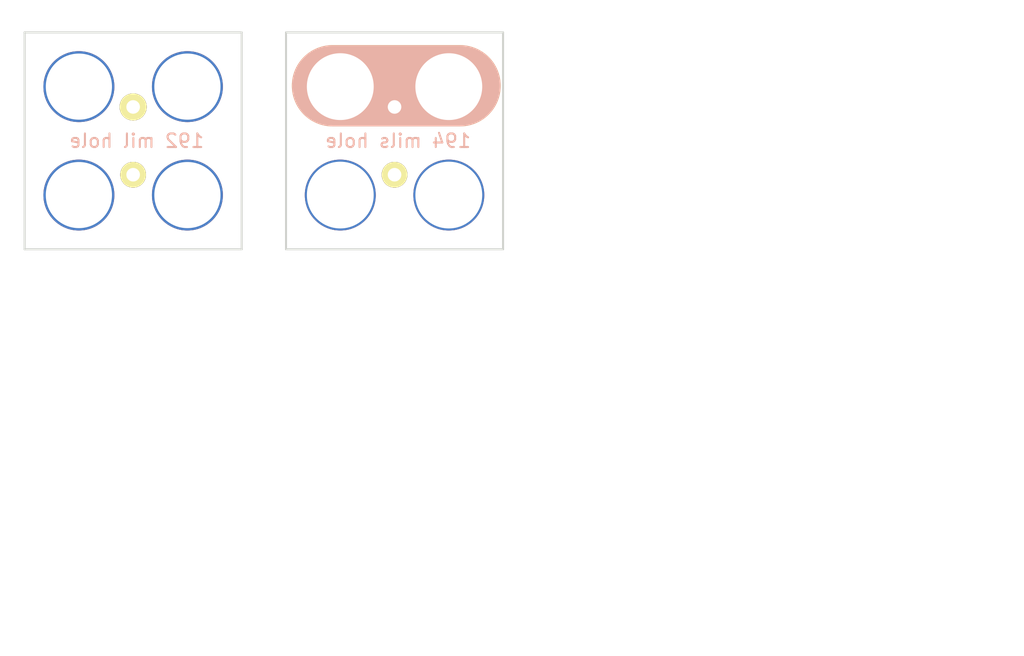
<source format=kicad_pcb>
(kicad_pcb (version 4) (host pcbnew 4.0.4+e1-6308~48~ubuntu14.04.1-stable)

  (general
    (links 0)
    (no_connects 0)
    (area 27.435525 31.704999 178.510001 123.265001)
    (thickness 1.6)
    (drawings 25)
    (tracks 0)
    (zones 0)
    (modules 2)
    (nets 1)
  )

  (page USLetter)
  (title_block
    (company "All Rights Reserved")
    (comment 1 help@browndoggadgets.com)
    (comment 2 http://www.browndoggadgets.com/)
    (comment 3 "Company: Brown Dog Gadgets")
  )

  (layers
    (0 F.Cu signal)
    (31 B.Cu signal)
    (34 B.Paste user)
    (35 F.Paste user)
    (36 B.SilkS user)
    (37 F.SilkS user)
    (38 B.Mask user)
    (39 F.Mask user)
    (44 Edge.Cuts user)
    (46 B.CrtYd user)
    (47 F.CrtYd user)
    (48 B.Fab user)
    (49 F.Fab user)
  )

  (setup
    (last_trace_width 0.254)
    (user_trace_width 0.1524)
    (user_trace_width 0.254)
    (user_trace_width 0.3302)
    (user_trace_width 0.508)
    (user_trace_width 0.762)
    (user_trace_width 1.27)
    (trace_clearance 0.254)
    (zone_clearance 0.508)
    (zone_45_only no)
    (trace_min 0.1524)
    (segment_width 0.1524)
    (edge_width 0.1524)
    (via_size 0.6858)
    (via_drill 0.3302)
    (via_min_size 0.6858)
    (via_min_drill 0.3302)
    (user_via 0.6858 0.3302)
    (user_via 0.762 0.4064)
    (user_via 0.8636 0.508)
    (uvia_size 0.6858)
    (uvia_drill 0.3302)
    (uvias_allowed no)
    (uvia_min_size 0)
    (uvia_min_drill 0)
    (pcb_text_width 0.1524)
    (pcb_text_size 1.016 1.016)
    (mod_edge_width 0.1524)
    (mod_text_size 1.016 1.016)
    (mod_text_width 0.1524)
    (pad_size 1.524 1.524)
    (pad_drill 0.762)
    (pad_to_mask_clearance 0.0762)
    (solder_mask_min_width 0.1016)
    (pad_to_paste_clearance -0.0762)
    (aux_axis_origin 0 0)
    (visible_elements FFFEDF7D)
    (pcbplotparams
      (layerselection 0x310fc_80000001)
      (usegerberextensions true)
      (excludeedgelayer true)
      (linewidth 0.100000)
      (plotframeref false)
      (viasonmask false)
      (mode 1)
      (useauxorigin false)
      (hpglpennumber 1)
      (hpglpenspeed 20)
      (hpglpendiameter 15)
      (hpglpenoverlay 2)
      (psnegative false)
      (psa4output false)
      (plotreference true)
      (plotvalue true)
      (plotinvisibletext false)
      (padsonsilk false)
      (subtractmaskfromsilk false)
      (outputformat 1)
      (mirror false)
      (drillshape 0)
      (scaleselection 1)
      (outputdirectory gerbers))
  )

  (net 0 "")

  (net_class Default "This is the default net class."
    (clearance 0.254)
    (trace_width 0.254)
    (via_dia 0.6858)
    (via_drill 0.3302)
    (uvia_dia 0.6858)
    (uvia_drill 0.3302)
  )

  (module Rewire_Circuits:GENERIC-5MM-TH-2x2-CENTER-POLARIZED (layer F.Cu) (tedit 57D631EF) (tstamp 56CA517C)
    (at 132.088 85.246)
    (descr "5mm pitch through hole center polarized")
    (fp_text reference REF** (at 0 8.266563) (layer F.SilkS) hide
      (effects (font (size 1 1) (thickness 0.15)))
    )
    (fp_text value GENERIC-TH-5MM-PITCH-POL (at 0 10) (layer F.Fab)
      (effects (font (size 1 1) (thickness 0.15)))
    )
    (fp_line (start 4.826 -4.064) (end -4.572 -4.064) (layer B.SilkS) (width 6))
    (fp_text user "194 mils hole" (at 0.254 0) (layer B.SilkS)
      (effects (font (size 1 1) (thickness 0.15)) (justify mirror))
    )
    (fp_line (start 4.826 -4.064) (end -4.572 -4.064) (layer F.SilkS) (width 6))
    (pad + thru_hole circle (at 0 -2.5) (size 2 2) (drill 1.00076) (layers *.Cu *.Mask F.SilkS))
    (pad - thru_hole circle (at 0 2.5 270) (size 1.9 1.9) (drill 1.00076) (layers *.Cu *.Mask F.SilkS))
    (pad - thru_hole circle (at -4 4) (size 5.23 5.23) (drill 4.9276) (layers *.Cu *.Mask))
    (pad + thru_hole circle (at -4 -4) (size 5.23 5.23) (drill 4.9276) (layers *.Cu *.Mask))
    (pad + thru_hole circle (at 4 -4) (size 5.23 5.23) (drill 4.9276) (layers *.Cu *.Mask))
    (pad - thru_hole circle (at 4 4) (size 5.23 5.23) (drill 4.9276) (layers *.Cu *.Mask))
  )

  (module Rewire_Circuits:GENERIC-5MM-TH-2x2-CENTER (layer F.Cu) (tedit 57D6319A) (tstamp 56C89E8D)
    (at 112.818 85.246)
    (descr "5mm pitch through hole centered")
    (fp_text reference REF** (at 0 8.266563) (layer F.SilkS) hide
      (effects (font (size 1 1) (thickness 0.15)))
    )
    (fp_text value GENERIC-TH-5MM-PITCH (at 0 10) (layer F.Fab)
      (effects (font (size 1 1) (thickness 0.15)))
    )
    (fp_text user "192 mil hole" (at 0.254 0) (layer B.SilkS)
      (effects (font (size 1 1) (thickness 0.15)) (justify mirror))
    )
    (pad 1 thru_hole circle (at 0 -2.5) (size 2 2) (drill 1.00076) (layers *.Cu *.Mask F.SilkS))
    (pad 2 thru_hole circle (at 0 2.5 270) (size 1.9 1.9) (drill 1.00076) (layers *.Cu *.Mask F.SilkS))
    (pad 2 thru_hole circle (at -4 4) (size 5.23 5.23) (drill 4.88) (layers *.Cu *.Mask))
    (pad 1 thru_hole circle (at -4 -4) (size 5.23 5.23) (drill 4.88) (layers *.Cu *.Mask))
    (pad 1 thru_hole circle (at 4 -4) (size 5.23 5.23) (drill 4.88) (layers *.Cu *.Mask))
    (pad 2 thru_hole circle (at 4 4) (size 5.23 5.23) (drill 4.88) (layers *.Cu *.Mask))
  )

  (gr_line (start 124.088 77.246) (end 124.088 93.246) (layer Edge.Cuts) (width 0.15))
  (gr_line (start 140.088 93.246) (end 140.088 77.246) (layer Edge.Cuts) (width 0.15))
  (gr_line (start 140.088 77.246) (end 124.088 77.246) (layer Edge.Cuts) (width 0.15))
  (gr_line (start 124.088 93.246) (end 140.088 93.246) (layer Edge.Cuts) (width 0.15))
  (gr_line (start 120.818 93.246) (end 120.818 77.246) (layer Edge.Cuts) (width 0.15))
  (gr_line (start 104.818 93.246) (end 120.818 93.246) (layer Edge.Cuts) (width 0.15))
  (gr_line (start 104.818 77.246) (end 104.818 93.246) (layer Edge.Cuts) (width 0.15))
  (gr_line (start 120.818 77.246) (end 104.818 77.246) (layer Edge.Cuts) (width 0.15))
  (gr_circle (center 117.348 76.962) (end 118.618 76.962) (layer Dwgs.User) (width 0.15))
  (gr_line (start 114.427 78.994) (end 114.427 74.93) (angle 90) (layer Dwgs.User) (width 0.15))
  (gr_line (start 120.269 78.994) (end 114.427 78.994) (angle 90) (layer Dwgs.User) (width 0.15))
  (gr_line (start 120.269 74.93) (end 120.269 78.994) (angle 90) (layer Dwgs.User) (width 0.15))
  (gr_line (start 114.427 74.93) (end 120.269 74.93) (angle 90) (layer Dwgs.User) (width 0.15))
  (gr_line (start 120.523 93.98) (end 104.648 93.98) (angle 90) (layer Dwgs.User) (width 0.15))
  (gr_line (start 173.355 102.235) (end 173.355 94.615) (angle 90) (layer Dwgs.User) (width 0.15))
  (gr_line (start 178.435 102.235) (end 173.355 102.235) (angle 90) (layer Dwgs.User) (width 0.15))
  (gr_line (start 178.435 94.615) (end 178.435 102.235) (angle 90) (layer Dwgs.User) (width 0.15))
  (gr_line (start 173.355 94.615) (end 178.435 94.615) (angle 90) (layer Dwgs.User) (width 0.15))
  (gr_line (start 109.093 123.19) (end 109.093 114.3) (angle 90) (layer Dwgs.User) (width 0.15))
  (gr_line (start 122.428 123.19) (end 109.093 123.19) (angle 90) (layer Dwgs.User) (width 0.15))
  (gr_line (start 122.428 114.3) (end 122.428 123.19) (angle 90) (layer Dwgs.User) (width 0.15))
  (gr_line (start 109.093 114.3) (end 122.428 114.3) (angle 90) (layer Dwgs.User) (width 0.15))
  (gr_line (start 104.648 93.98) (end 104.648 82.55) (angle 90) (layer Dwgs.User) (width 0.15))
  (gr_line (start 120.523 82.55) (end 120.523 93.98) (angle 90) (layer Dwgs.User) (width 0.15))
  (gr_line (start 104.648 82.55) (end 120.523 82.55) (angle 90) (layer Dwgs.User) (width 0.15))

)

</source>
